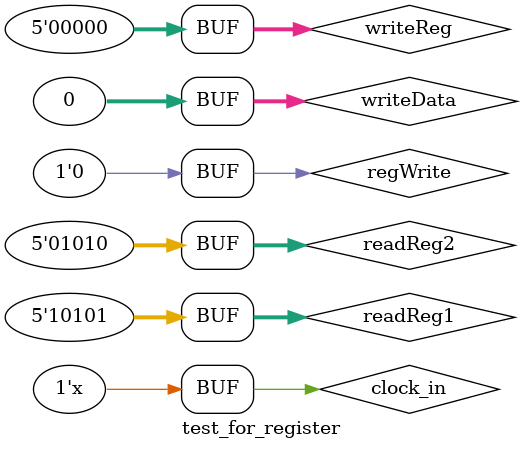
<source format=v>
`timescale 1ns / 1ps


module test_for_register;

	// Inputs
	reg clock_in;
	reg [25:21] readReg1;
	reg [20:16] readReg2;
	reg [4:0] writeReg;
	reg [31:0] writeData;
	reg regWrite;

	// Outputs
	wire [31:0] readData1;
	wire [31:0] readData2;

	// Instantiate the Unit Under Test (UUT)
	register uut (
		.clock_in(clock_in), 
		.readReg1(readReg1), 
		.readReg2(readReg2), 
		.writeReg(writeReg), 
		.writeData(writeData), 
		.regWrite(regWrite), 
		.readData1(readData1), 
		.readData2(readData2)
	);
	
	always #(100) clock_in = ~clock_in;
	initial begin
		// Initialize Inputs
		#200;
		clock_in = 0;
		readReg1 = 0;
		readReg2 = 0;
		writeReg = 0;
		writeData = 0;
		regWrite = 0;

		// Add stimulus here
		
		#85;
		regWrite = 1'b1;
		writeReg = 5'b10101;
		writeData =32'b11111111111111110000000000000000;
		
		#200;
		writeReg = 5'b01010;
		writeData =32'b00000000000000001111111111111111;
		
		#200;
		regWrite =1'b0;
		writeReg = 5'b00000;
		writeData = 32'b00000000000000000000000000000000;
		
		#50;
		readReg1 = 5'b10101;
		readReg2 = 5'b01010;
		
	end
      
endmodule


</source>
